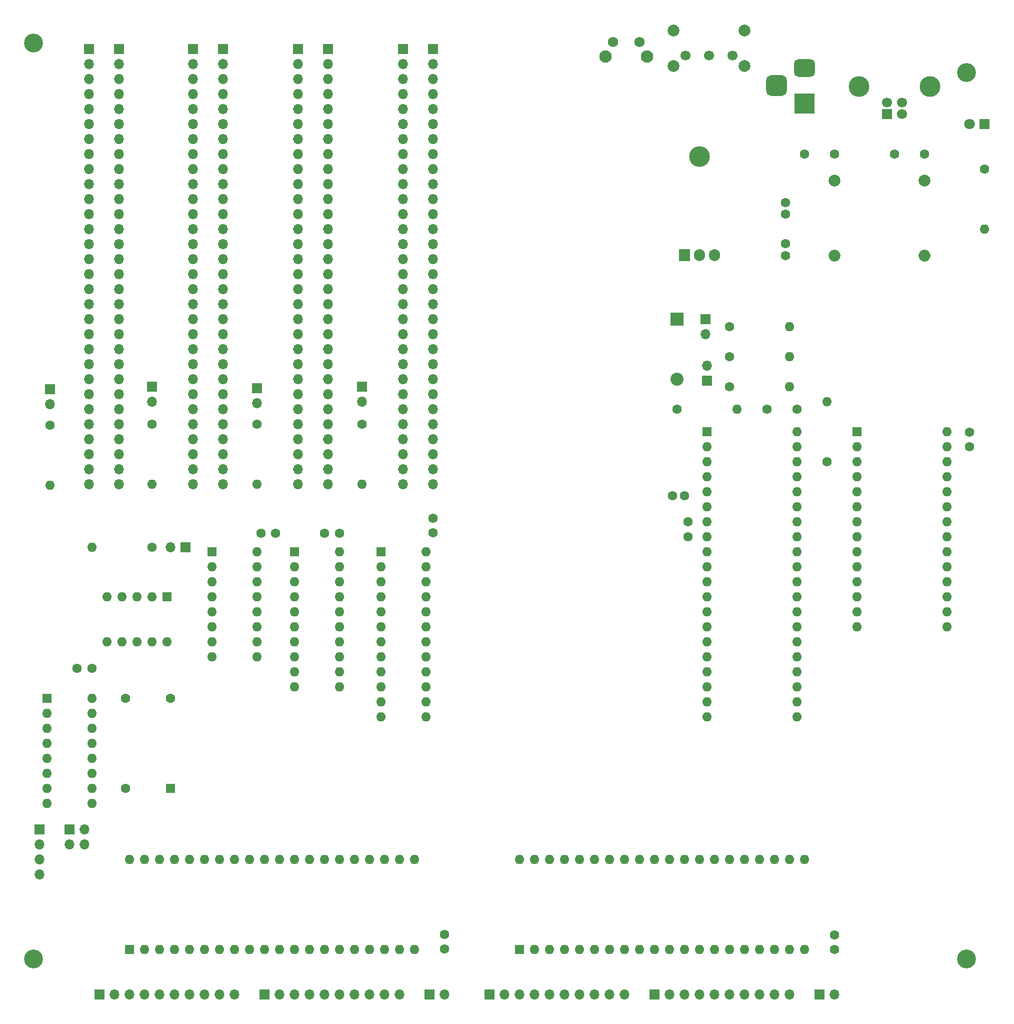
<source format=gbr>
%TF.GenerationSoftware,KiCad,Pcbnew,7.0.3*%
%TF.CreationDate,2023-05-19T23:21:29+08:00*%
%TF.ProjectId,MotherBoard,4d6f7468-6572-4426-9f61-72642e6b6963,rev?*%
%TF.SameCoordinates,PX10513f0PY11c7c20*%
%TF.FileFunction,Soldermask,Top*%
%TF.FilePolarity,Negative*%
%FSLAX46Y46*%
G04 Gerber Fmt 4.6, Leading zero omitted, Abs format (unit mm)*
G04 Created by KiCad (PCBNEW 7.0.3) date 2023-05-19 23:21:29*
%MOMM*%
%LPD*%
G01*
G04 APERTURE LIST*
G04 Aperture macros list*
%AMRoundRect*
0 Rectangle with rounded corners*
0 $1 Rounding radius*
0 $2 $3 $4 $5 $6 $7 $8 $9 X,Y pos of 4 corners*
0 Add a 4 corners polygon primitive as box body*
4,1,4,$2,$3,$4,$5,$6,$7,$8,$9,$2,$3,0*
0 Add four circle primitives for the rounded corners*
1,1,$1+$1,$2,$3*
1,1,$1+$1,$4,$5*
1,1,$1+$1,$6,$7*
1,1,$1+$1,$8,$9*
0 Add four rect primitives between the rounded corners*
20,1,$1+$1,$2,$3,$4,$5,0*
20,1,$1+$1,$4,$5,$6,$7,0*
20,1,$1+$1,$6,$7,$8,$9,0*
20,1,$1+$1,$8,$9,$2,$3,0*%
G04 Aperture macros list end*
%ADD10C,1.600000*%
%ADD11O,1.600000X1.600000*%
%ADD12R,1.700000X1.700000*%
%ADD13O,1.700000X1.700000*%
%ADD14O,3.500000X3.500000*%
%ADD15R,1.905000X2.000000*%
%ADD16O,1.905000X2.000000*%
%ADD17R,1.600000X1.600000*%
%ADD18C,3.200000*%
%ADD19C,1.700000*%
%ADD20C,3.500000*%
%ADD21C,2.000000*%
%ADD22O,2.000000X2.000000*%
%ADD23R,1.800000X1.800000*%
%ADD24C,1.800000*%
%ADD25R,2.200000X2.200000*%
%ADD26O,2.200000X2.200000*%
%ADD27R,3.500000X3.500000*%
%ADD28RoundRect,0.750000X-1.000000X0.750000X-1.000000X-0.750000X1.000000X-0.750000X1.000000X0.750000X0*%
%ADD29RoundRect,0.875000X-0.875000X0.875000X-0.875000X-0.875000X0.875000X-0.875000X0.875000X0.875000X0*%
%ADD30C,2.100000*%
%ADD31C,1.750000*%
G04 APERTURE END LIST*
D10*
%TO.C,R11*%
X108950000Y-61960000D03*
D11*
X119110000Y-61960000D03*
%TD*%
D10*
%TO.C,R9*%
X37830000Y-64500000D03*
D11*
X37830000Y-74660000D03*
%TD*%
D12*
%TO.C,J5*%
X114030000Y-57139000D03*
D13*
X114030000Y-54599000D03*
%TD*%
D14*
%TO.C,U2*%
X112760000Y-19170000D03*
D15*
X110220000Y-35830000D03*
D16*
X112760000Y-35830000D03*
X115300000Y-35830000D03*
%TD*%
D12*
%TO.C,J7*%
X25765000Y-85328000D03*
D13*
X23225000Y-85328000D03*
%TD*%
D17*
%TO.C,U6*%
X44180000Y-86090000D03*
D11*
X44180000Y-88630000D03*
X44180000Y-91170000D03*
X44180000Y-93710000D03*
X44180000Y-96250000D03*
X44180000Y-98790000D03*
X44180000Y-101330000D03*
X44180000Y-103870000D03*
X44180000Y-106410000D03*
X44180000Y-108950000D03*
X51800000Y-108950000D03*
X51800000Y-106410000D03*
X51800000Y-103870000D03*
X51800000Y-101330000D03*
X51800000Y-98790000D03*
X51800000Y-96250000D03*
X51800000Y-93710000D03*
X51800000Y-91170000D03*
X51800000Y-88630000D03*
X51800000Y-86090000D03*
%TD*%
D10*
%TO.C,C10*%
X38485000Y-82915000D03*
X40985000Y-82915000D03*
%TD*%
D17*
%TO.C,U1*%
X2270000Y-110855000D03*
D11*
X2270000Y-113395000D03*
X2270000Y-115935000D03*
X2270000Y-118475000D03*
X2270000Y-121015000D03*
X2270000Y-123555000D03*
X2270000Y-126095000D03*
X2270000Y-128635000D03*
X9890000Y-128635000D03*
X9890000Y-126095000D03*
X9890000Y-123555000D03*
X9890000Y-121015000D03*
X9890000Y-118475000D03*
X9890000Y-115935000D03*
X9890000Y-113395000D03*
X9890000Y-110855000D03*
%TD*%
D12*
%TO.C,J10*%
X37830000Y-58404000D03*
D13*
X37830000Y-60944000D03*
%TD*%
D17*
%TO.C,U9*%
X82280000Y-153400000D03*
D11*
X84820000Y-153400000D03*
X87360000Y-153400000D03*
X89900000Y-153400000D03*
X92440000Y-153400000D03*
X94980000Y-153400000D03*
X97520000Y-153400000D03*
X100060000Y-153400000D03*
X102600000Y-153400000D03*
X105140000Y-153400000D03*
X107680000Y-153400000D03*
X110220000Y-153400000D03*
X112760000Y-153400000D03*
X115300000Y-153400000D03*
X117840000Y-153400000D03*
X120380000Y-153400000D03*
X122920000Y-153400000D03*
X125460000Y-153400000D03*
X128000000Y-153400000D03*
X130540000Y-153400000D03*
X130540000Y-138160000D03*
X128000000Y-138160000D03*
X125460000Y-138160000D03*
X122920000Y-138160000D03*
X120380000Y-138160000D03*
X117840000Y-138160000D03*
X115300000Y-138160000D03*
X112760000Y-138160000D03*
X110220000Y-138160000D03*
X107680000Y-138160000D03*
X105140000Y-138160000D03*
X102600000Y-138160000D03*
X100060000Y-138160000D03*
X97520000Y-138160000D03*
X94980000Y-138160000D03*
X92440000Y-138160000D03*
X89900000Y-138160000D03*
X87360000Y-138160000D03*
X84820000Y-138160000D03*
X82280000Y-138160000D03*
%TD*%
D10*
%TO.C,R1*%
X161020000Y-21320000D03*
D11*
X161020000Y-31480000D03*
%TD*%
D18*
%TO.C,H1*%
X0Y0D03*
%TD*%
D12*
%TO.C,J4*%
X1000000Y-133080000D03*
D13*
X1000000Y-135620000D03*
X1000000Y-138160000D03*
X1000000Y-140700000D03*
%TD*%
D12*
%TO.C,J19*%
X11160000Y-161020000D03*
D13*
X13700000Y-161020000D03*
X16240000Y-161020000D03*
X18780000Y-161020000D03*
X21320000Y-161020000D03*
X23860000Y-161020000D03*
X26400000Y-161020000D03*
X28940000Y-161020000D03*
X31480000Y-161020000D03*
X34020000Y-161020000D03*
%TD*%
D10*
%TO.C,C8*%
X67675000Y-82875000D03*
X67675000Y-80375000D03*
%TD*%
D17*
%TO.C,U7*%
X58795000Y-86085000D03*
D11*
X58795000Y-88625000D03*
X58795000Y-91165000D03*
X58795000Y-93705000D03*
X58795000Y-96245000D03*
X58795000Y-98785000D03*
X58795000Y-101325000D03*
X58795000Y-103865000D03*
X58795000Y-106405000D03*
X58795000Y-108945000D03*
X58795000Y-111485000D03*
X58795000Y-114025000D03*
X66415000Y-114025000D03*
X66415000Y-111485000D03*
X66415000Y-108945000D03*
X66415000Y-106405000D03*
X66415000Y-103865000D03*
X66415000Y-101325000D03*
X66415000Y-98785000D03*
X66415000Y-96245000D03*
X66415000Y-93705000D03*
X66415000Y-91165000D03*
X66415000Y-88625000D03*
X66415000Y-86085000D03*
%TD*%
D10*
%TO.C,C1*%
X9850000Y-105775000D03*
X7350000Y-105775000D03*
%TD*%
%TO.C,R2*%
X117840000Y-53070000D03*
D11*
X128000000Y-53070000D03*
%TD*%
D12*
%TO.C,J1*%
X144530000Y-12022500D03*
D19*
X147030000Y-12022500D03*
X147030000Y-10022500D03*
X144530000Y-10022500D03*
D20*
X139760000Y-7312500D03*
X151800000Y-7312500D03*
%TD*%
D17*
%TO.C,SW1*%
X22590000Y-93710000D03*
D11*
X20050000Y-93710000D03*
X17510000Y-93710000D03*
X14970000Y-93710000D03*
X12430000Y-93710000D03*
X12430000Y-101330000D03*
X14970000Y-101330000D03*
X17510000Y-101330000D03*
X20050000Y-101330000D03*
X22590000Y-101330000D03*
%TD*%
D12*
%TO.C,J8*%
X2778000Y-58531000D03*
D13*
X2778000Y-61071000D03*
%TD*%
D10*
%TO.C,C5*%
X108220000Y-76565000D03*
X110220000Y-76565000D03*
%TD*%
%TO.C,C2*%
X127365000Y-35925000D03*
X127365000Y-33925000D03*
%TD*%
%TO.C,C9*%
X51760000Y-82915000D03*
X49260000Y-82915000D03*
%TD*%
D12*
%TO.C,J14*%
X9382000Y-1000000D03*
X14462000Y-1000000D03*
D13*
X9382000Y-3540000D03*
X14462000Y-3540000D03*
X9382000Y-6080000D03*
X14462000Y-6080000D03*
X9382000Y-8620000D03*
X14462000Y-8620000D03*
X9382000Y-11160000D03*
X14462000Y-11160000D03*
X9382000Y-13700000D03*
X14462000Y-13700000D03*
X9382000Y-16240000D03*
X14462000Y-16240000D03*
X9382000Y-18780000D03*
X14462000Y-18780000D03*
X9382000Y-21320000D03*
X14462000Y-21320000D03*
X9382000Y-23860000D03*
X14462000Y-23860000D03*
X9382000Y-26400000D03*
X14462000Y-26400000D03*
X9382000Y-28940000D03*
X14462000Y-28940000D03*
X9382000Y-31480000D03*
X14462000Y-31480000D03*
X9382000Y-34020000D03*
X14462000Y-34020000D03*
X9382000Y-36560000D03*
X14462000Y-36560000D03*
X9382000Y-39100000D03*
X14462000Y-39100000D03*
X9382000Y-41640000D03*
X14462000Y-41640000D03*
X9382000Y-44180000D03*
X14462000Y-44180000D03*
X9382000Y-46720000D03*
X14462000Y-46720000D03*
X9382000Y-49260000D03*
X14462000Y-49260000D03*
X9382000Y-51800000D03*
X14462000Y-51800000D03*
X9382000Y-54340000D03*
X14462000Y-54340000D03*
X9382000Y-56880000D03*
X14462000Y-56880000D03*
X9382000Y-59420000D03*
X14462000Y-59420000D03*
X9382000Y-61960000D03*
X14462000Y-61960000D03*
X9382000Y-64500000D03*
X14462000Y-64500000D03*
X9382000Y-67040000D03*
X14462000Y-67040000D03*
X9382000Y-69580000D03*
X14462000Y-69580000D03*
X9382000Y-72120000D03*
X14462000Y-72120000D03*
X9382000Y-74660000D03*
X14462000Y-74660000D03*
%TD*%
D17*
%TO.C,U4*%
X114025000Y-65775000D03*
D11*
X114025000Y-68315000D03*
X114025000Y-70855000D03*
X114025000Y-73395000D03*
X114025000Y-75935000D03*
X114025000Y-78475000D03*
X114025000Y-81015000D03*
X114025000Y-83555000D03*
X114025000Y-86095000D03*
X114025000Y-88635000D03*
X114025000Y-91175000D03*
X114025000Y-93715000D03*
X114025000Y-96255000D03*
X114025000Y-98795000D03*
X114025000Y-101335000D03*
X114025000Y-103875000D03*
X114025000Y-106415000D03*
X114025000Y-108955000D03*
X114025000Y-111495000D03*
X114025000Y-114035000D03*
X129265000Y-114035000D03*
X129265000Y-111495000D03*
X129265000Y-108955000D03*
X129265000Y-106415000D03*
X129265000Y-103875000D03*
X129265000Y-101335000D03*
X129265000Y-98795000D03*
X129265000Y-96255000D03*
X129265000Y-93715000D03*
X129265000Y-91175000D03*
X129265000Y-88635000D03*
X129265000Y-86095000D03*
X129265000Y-83555000D03*
X129265000Y-81015000D03*
X129265000Y-78475000D03*
X129265000Y-75935000D03*
X129265000Y-73395000D03*
X129265000Y-70855000D03*
X129265000Y-68315000D03*
X129265000Y-65775000D03*
%TD*%
D21*
%TO.C,FB2*%
X135620000Y-23225000D03*
D22*
X135620000Y-35925000D03*
%TD*%
D12*
%TO.C,J20*%
X39100000Y-161020000D03*
D13*
X41640000Y-161020000D03*
X44180000Y-161020000D03*
X46720000Y-161020000D03*
X49260000Y-161020000D03*
X51800000Y-161020000D03*
X54340000Y-161020000D03*
X56880000Y-161020000D03*
X59420000Y-161020000D03*
X61960000Y-161020000D03*
%TD*%
D12*
%TO.C,J21*%
X67040000Y-161020000D03*
D13*
X69580000Y-161020000D03*
%TD*%
D17*
%TO.C,X1*%
X23225000Y-126095000D03*
D10*
X23225000Y-110855000D03*
X15605000Y-110855000D03*
X15605000Y-126095000D03*
%TD*%
%TO.C,C12*%
X135620000Y-153400000D03*
X135620000Y-150900000D03*
%TD*%
D12*
%TO.C,J11*%
X20050000Y-58145000D03*
D13*
X20050000Y-60685000D03*
%TD*%
D10*
%TO.C,R8*%
X55610000Y-64500000D03*
D11*
X55610000Y-74660000D03*
%TD*%
D13*
%TO.C,J24*%
X135620000Y-161020000D03*
D12*
X133080000Y-161020000D03*
%TD*%
%TO.C,J9*%
X55610000Y-58145000D03*
D13*
X55610000Y-60685000D03*
%TD*%
D23*
%TO.C,D1*%
X161020000Y-13700000D03*
D24*
X158480000Y-13700000D03*
%TD*%
D10*
%TO.C,R7*%
X2778000Y-64632000D03*
D11*
X2778000Y-74792000D03*
%TD*%
D21*
%TO.C,SW2*%
X120380000Y-3825000D03*
X120380000Y2175000D03*
X108380000Y-3825000D03*
X108380000Y2175000D03*
D19*
X118380000Y-2075000D03*
X114380000Y-2075000D03*
X110380000Y-2075000D03*
%TD*%
D17*
%TO.C,U3*%
X139430000Y-65770000D03*
D11*
X139430000Y-68310000D03*
X139430000Y-70850000D03*
X139430000Y-73390000D03*
X139430000Y-75930000D03*
X139430000Y-78470000D03*
X139430000Y-81010000D03*
X139430000Y-83550000D03*
X139430000Y-86090000D03*
X139430000Y-88630000D03*
X139430000Y-91170000D03*
X139430000Y-93710000D03*
X139430000Y-96250000D03*
X139430000Y-98790000D03*
X154670000Y-98790000D03*
X154670000Y-96250000D03*
X154670000Y-93710000D03*
X154670000Y-91170000D03*
X154670000Y-88630000D03*
X154670000Y-86090000D03*
X154670000Y-83550000D03*
X154670000Y-81010000D03*
X154670000Y-78470000D03*
X154670000Y-75930000D03*
X154670000Y-73390000D03*
X154670000Y-70850000D03*
X154670000Y-68310000D03*
X154670000Y-65770000D03*
%TD*%
D10*
%TO.C,R10*%
X20050000Y-64500000D03*
D11*
X20050000Y-74660000D03*
%TD*%
D10*
%TO.C,C7*%
X158480000Y-65810000D03*
X158480000Y-68310000D03*
%TD*%
D12*
%TO.C,J6*%
X113776000Y-46715000D03*
D13*
X113776000Y-49255000D03*
%TD*%
D10*
%TO.C,F2*%
X130540000Y-18780000D03*
X135620000Y-18780000D03*
%TD*%
%TO.C,C11*%
X69580000Y-153320000D03*
X69580000Y-150820000D03*
%TD*%
D12*
%TO.C,J16*%
X27035000Y-1000000D03*
X32115000Y-1000000D03*
D13*
X27035000Y-3540000D03*
X32115000Y-3540000D03*
X27035000Y-6080000D03*
X32115000Y-6080000D03*
X27035000Y-8620000D03*
X32115000Y-8620000D03*
X27035000Y-11160000D03*
X32115000Y-11160000D03*
X27035000Y-13700000D03*
X32115000Y-13700000D03*
X27035000Y-16240000D03*
X32115000Y-16240000D03*
X27035000Y-18780000D03*
X32115000Y-18780000D03*
X27035000Y-21320000D03*
X32115000Y-21320000D03*
X27035000Y-23860000D03*
X32115000Y-23860000D03*
X27035000Y-26400000D03*
X32115000Y-26400000D03*
X27035000Y-28940000D03*
X32115000Y-28940000D03*
X27035000Y-31480000D03*
X32115000Y-31480000D03*
X27035000Y-34020000D03*
X32115000Y-34020000D03*
X27035000Y-36560000D03*
X32115000Y-36560000D03*
X27035000Y-39100000D03*
X32115000Y-39100000D03*
X27035000Y-41640000D03*
X32115000Y-41640000D03*
X27035000Y-44180000D03*
X32115000Y-44180000D03*
X27035000Y-46720000D03*
X32115000Y-46720000D03*
X27035000Y-49260000D03*
X32115000Y-49260000D03*
X27035000Y-51800000D03*
X32115000Y-51800000D03*
X27035000Y-54340000D03*
X32115000Y-54340000D03*
X27035000Y-56880000D03*
X32115000Y-56880000D03*
X27035000Y-59420000D03*
X32115000Y-59420000D03*
X27035000Y-61960000D03*
X32115000Y-61960000D03*
X27035000Y-64500000D03*
X32115000Y-64500000D03*
X27035000Y-67040000D03*
X32115000Y-67040000D03*
X27035000Y-69580000D03*
X32115000Y-69580000D03*
X27035000Y-72120000D03*
X32115000Y-72120000D03*
X27035000Y-74660000D03*
X32115000Y-74660000D03*
%TD*%
D10*
%TO.C,R4*%
X117840000Y-47990000D03*
D11*
X128000000Y-47990000D03*
%TD*%
D17*
%TO.C,U8*%
X16240000Y-153400000D03*
D11*
X18780000Y-153400000D03*
X21320000Y-153400000D03*
X23860000Y-153400000D03*
X26400000Y-153400000D03*
X28940000Y-153400000D03*
X31480000Y-153400000D03*
X34020000Y-153400000D03*
X36560000Y-153400000D03*
X39100000Y-153400000D03*
X41640000Y-153400000D03*
X44180000Y-153400000D03*
X46720000Y-153400000D03*
X49260000Y-153400000D03*
X51800000Y-153400000D03*
X54340000Y-153400000D03*
X56880000Y-153400000D03*
X59420000Y-153400000D03*
X61960000Y-153400000D03*
X64500000Y-153400000D03*
X64500000Y-138160000D03*
X61960000Y-138160000D03*
X59420000Y-138160000D03*
X56880000Y-138160000D03*
X54340000Y-138160000D03*
X51800000Y-138160000D03*
X49260000Y-138160000D03*
X46720000Y-138160000D03*
X44180000Y-138160000D03*
X41640000Y-138160000D03*
X39100000Y-138160000D03*
X36560000Y-138160000D03*
X34020000Y-138160000D03*
X31480000Y-138160000D03*
X28940000Y-138160000D03*
X26400000Y-138160000D03*
X23860000Y-138160000D03*
X21320000Y-138160000D03*
X18780000Y-138160000D03*
X16240000Y-138160000D03*
%TD*%
D18*
%TO.C,H4*%
X0Y-155000000D03*
%TD*%
D17*
%TO.C,U5*%
X30220000Y-86105000D03*
D11*
X30220000Y-88645000D03*
X30220000Y-91185000D03*
X30220000Y-93725000D03*
X30220000Y-96265000D03*
X30220000Y-98805000D03*
X30220000Y-101345000D03*
X30220000Y-103885000D03*
X37840000Y-103885000D03*
X37840000Y-101345000D03*
X37840000Y-98805000D03*
X37840000Y-96265000D03*
X37840000Y-93725000D03*
X37840000Y-91185000D03*
X37840000Y-88645000D03*
X37840000Y-86105000D03*
%TD*%
D10*
%TO.C,C4*%
X129230000Y-61960000D03*
X124230000Y-61960000D03*
%TD*%
%TO.C,F1*%
X145780000Y-18780000D03*
X150860000Y-18780000D03*
%TD*%
%TO.C,R6*%
X20050000Y-85328000D03*
D11*
X9890000Y-85328000D03*
%TD*%
D25*
%TO.C,D2*%
X108950000Y-46720000D03*
D26*
X108950000Y-56880000D03*
%TD*%
D18*
%TO.C,H2*%
X158000000Y-5000000D03*
%TD*%
D12*
%TO.C,J18*%
X62590000Y-1000000D03*
X67670000Y-1000000D03*
D13*
X62590000Y-3540000D03*
X67670000Y-3540000D03*
X62590000Y-6080000D03*
X67670000Y-6080000D03*
X62590000Y-8620000D03*
X67670000Y-8620000D03*
X62590000Y-11160000D03*
X67670000Y-11160000D03*
X62590000Y-13700000D03*
X67670000Y-13700000D03*
X62590000Y-16240000D03*
X67670000Y-16240000D03*
X62590000Y-18780000D03*
X67670000Y-18780000D03*
X62590000Y-21320000D03*
X67670000Y-21320000D03*
X62590000Y-23860000D03*
X67670000Y-23860000D03*
X62590000Y-26400000D03*
X67670000Y-26400000D03*
X62590000Y-28940000D03*
X67670000Y-28940000D03*
X62590000Y-31480000D03*
X67670000Y-31480000D03*
X62590000Y-34020000D03*
X67670000Y-34020000D03*
X62590000Y-36560000D03*
X67670000Y-36560000D03*
X62590000Y-39100000D03*
X67670000Y-39100000D03*
X62590000Y-41640000D03*
X67670000Y-41640000D03*
X62590000Y-44180000D03*
X67670000Y-44180000D03*
X62590000Y-46720000D03*
X67670000Y-46720000D03*
X62590000Y-49260000D03*
X67670000Y-49260000D03*
X62590000Y-51800000D03*
X67670000Y-51800000D03*
X62590000Y-54340000D03*
X67670000Y-54340000D03*
X62590000Y-56880000D03*
X67670000Y-56880000D03*
X62590000Y-59420000D03*
X67670000Y-59420000D03*
X62590000Y-61960000D03*
X67670000Y-61960000D03*
X62590000Y-64500000D03*
X67670000Y-64500000D03*
X62590000Y-67040000D03*
X67670000Y-67040000D03*
X62590000Y-69580000D03*
X67670000Y-69580000D03*
X62590000Y-72120000D03*
X67670000Y-72120000D03*
X62590000Y-74660000D03*
X67670000Y-74660000D03*
%TD*%
D18*
%TO.C,H3*%
X158000000Y-155000000D03*
%TD*%
D21*
%TO.C,FB1*%
X150860000Y-23225000D03*
D22*
X150860000Y-35925000D03*
%TD*%
D12*
%TO.C,J17*%
X44815000Y-1000000D03*
X49895000Y-1000000D03*
D13*
X44815000Y-3540000D03*
X49895000Y-3540000D03*
X44815000Y-6080000D03*
X49895000Y-6080000D03*
X44815000Y-8620000D03*
X49895000Y-8620000D03*
X44815000Y-11160000D03*
X49895000Y-11160000D03*
X44815000Y-13700000D03*
X49895000Y-13700000D03*
X44815000Y-16240000D03*
X49895000Y-16240000D03*
X44815000Y-18780000D03*
X49895000Y-18780000D03*
X44815000Y-21320000D03*
X49895000Y-21320000D03*
X44815000Y-23860000D03*
X49895000Y-23860000D03*
X44815000Y-26400000D03*
X49895000Y-26400000D03*
X44815000Y-28940000D03*
X49895000Y-28940000D03*
X44815000Y-31480000D03*
X49895000Y-31480000D03*
X44815000Y-34020000D03*
X49895000Y-34020000D03*
X44815000Y-36560000D03*
X49895000Y-36560000D03*
X44815000Y-39100000D03*
X49895000Y-39100000D03*
X44815000Y-41640000D03*
X49895000Y-41640000D03*
X44815000Y-44180000D03*
X49895000Y-44180000D03*
X44815000Y-46720000D03*
X49895000Y-46720000D03*
X44815000Y-49260000D03*
X49895000Y-49260000D03*
X44815000Y-51800000D03*
X49895000Y-51800000D03*
X44815000Y-54340000D03*
X49895000Y-54340000D03*
X44815000Y-56880000D03*
X49895000Y-56880000D03*
X44815000Y-59420000D03*
X49895000Y-59420000D03*
X44815000Y-61960000D03*
X49895000Y-61960000D03*
X44815000Y-64500000D03*
X49895000Y-64500000D03*
X44815000Y-67040000D03*
X49895000Y-67040000D03*
X44815000Y-69580000D03*
X49895000Y-69580000D03*
X44815000Y-72120000D03*
X49895000Y-72120000D03*
X44815000Y-74660000D03*
X49895000Y-74660000D03*
%TD*%
D12*
%TO.C,J22*%
X77200000Y-161020000D03*
D13*
X79740000Y-161020000D03*
X82280000Y-161020000D03*
X84820000Y-161020000D03*
X87360000Y-161020000D03*
X89900000Y-161020000D03*
X92440000Y-161020000D03*
X94980000Y-161020000D03*
X97520000Y-161020000D03*
X100060000Y-161020000D03*
%TD*%
D27*
%TO.C,J2*%
X130540000Y-10175000D03*
D28*
X130540000Y-4175000D03*
D29*
X125840000Y-7175000D03*
%TD*%
D10*
%TO.C,R3*%
X117840000Y-58150000D03*
D11*
X128000000Y-58150000D03*
%TD*%
D10*
%TO.C,R12*%
X134350000Y-70850000D03*
D11*
X134350000Y-60690000D03*
%TD*%
D12*
%TO.C,J3*%
X6080000Y-133080000D03*
D13*
X8620000Y-133080000D03*
X6080000Y-135620000D03*
X8620000Y-135620000D03*
%TD*%
D10*
%TO.C,C6*%
X110855000Y-83510000D03*
X110855000Y-81010000D03*
%TD*%
D30*
%TO.C,SW3*%
X96850000Y-2270000D03*
X103860000Y-2270000D03*
D31*
X98100000Y220000D03*
X102600000Y220000D03*
%TD*%
D13*
%TO.C,J23*%
X128000000Y-161020000D03*
X125460000Y-161020000D03*
X122920000Y-161020000D03*
X120380000Y-161020000D03*
X117840000Y-161020000D03*
X115300000Y-161020000D03*
X112760000Y-161020000D03*
X110220000Y-161020000D03*
X107680000Y-161020000D03*
D12*
X105140000Y-161020000D03*
%TD*%
D10*
%TO.C,C3*%
X127365000Y-28940000D03*
X127365000Y-26940000D03*
%TD*%
M02*

</source>
